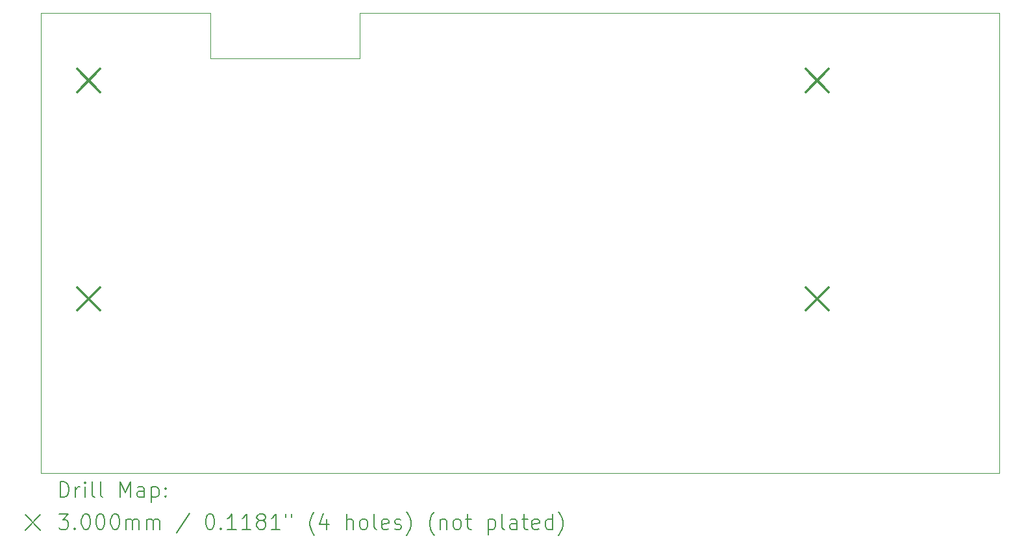
<source format=gbr>
%FSLAX45Y45*%
G04 Gerber Fmt 4.5, Leading zero omitted, Abs format (unit mm)*
G04 Created by KiCad (PCBNEW (6.0.0-0)) date 2022-02-21 20:16:29*
%MOMM*%
%LPD*%
G01*
G04 APERTURE LIST*
%TA.AperFunction,Profile*%
%ADD10C,0.050000*%
%TD*%
%ADD11C,0.200000*%
%ADD12C,0.300000*%
G04 APERTURE END LIST*
D10*
X18056860Y-6593840D02*
X9718040Y-6593840D01*
X9718040Y-7188200D02*
X7767320Y-7188200D01*
X18056860Y-12598400D02*
X5554980Y-12598400D01*
X10165080Y-6593840D02*
X10165080Y-6593840D01*
X7767320Y-6593840D02*
X5554980Y-6593840D01*
X9718040Y-6593840D02*
X9718040Y-7188200D01*
X5554980Y-6593840D02*
X5554980Y-12598400D01*
X18056860Y-6593840D02*
X18056860Y-12598400D01*
X7767320Y-6593840D02*
X7767320Y-7188200D01*
D11*
D12*
X6032080Y-7326300D02*
X6332080Y-7626300D01*
X6332080Y-7326300D02*
X6032080Y-7626300D01*
X6032080Y-10176300D02*
X6332080Y-10476300D01*
X6332080Y-10176300D02*
X6032080Y-10476300D01*
X15532080Y-7326300D02*
X15832080Y-7626300D01*
X15832080Y-7326300D02*
X15532080Y-7626300D01*
X15532080Y-10176300D02*
X15832080Y-10476300D01*
X15832080Y-10176300D02*
X15532080Y-10476300D01*
D11*
X5810099Y-12911376D02*
X5810099Y-12711376D01*
X5857718Y-12711376D01*
X5886289Y-12720900D01*
X5905337Y-12739948D01*
X5914861Y-12758995D01*
X5924385Y-12797090D01*
X5924385Y-12825662D01*
X5914861Y-12863757D01*
X5905337Y-12882805D01*
X5886289Y-12901852D01*
X5857718Y-12911376D01*
X5810099Y-12911376D01*
X6010099Y-12911376D02*
X6010099Y-12778043D01*
X6010099Y-12816138D02*
X6019623Y-12797090D01*
X6029147Y-12787567D01*
X6048194Y-12778043D01*
X6067242Y-12778043D01*
X6133908Y-12911376D02*
X6133908Y-12778043D01*
X6133908Y-12711376D02*
X6124385Y-12720900D01*
X6133908Y-12730424D01*
X6143432Y-12720900D01*
X6133908Y-12711376D01*
X6133908Y-12730424D01*
X6257718Y-12911376D02*
X6238670Y-12901852D01*
X6229147Y-12882805D01*
X6229147Y-12711376D01*
X6362480Y-12911376D02*
X6343432Y-12901852D01*
X6333908Y-12882805D01*
X6333908Y-12711376D01*
X6591051Y-12911376D02*
X6591051Y-12711376D01*
X6657718Y-12854233D01*
X6724385Y-12711376D01*
X6724385Y-12911376D01*
X6905337Y-12911376D02*
X6905337Y-12806614D01*
X6895813Y-12787567D01*
X6876766Y-12778043D01*
X6838670Y-12778043D01*
X6819623Y-12787567D01*
X6905337Y-12901852D02*
X6886289Y-12911376D01*
X6838670Y-12911376D01*
X6819623Y-12901852D01*
X6810099Y-12882805D01*
X6810099Y-12863757D01*
X6819623Y-12844709D01*
X6838670Y-12835186D01*
X6886289Y-12835186D01*
X6905337Y-12825662D01*
X7000575Y-12778043D02*
X7000575Y-12978043D01*
X7000575Y-12787567D02*
X7019623Y-12778043D01*
X7057718Y-12778043D01*
X7076766Y-12787567D01*
X7086289Y-12797090D01*
X7095813Y-12816138D01*
X7095813Y-12873281D01*
X7086289Y-12892328D01*
X7076766Y-12901852D01*
X7057718Y-12911376D01*
X7019623Y-12911376D01*
X7000575Y-12901852D01*
X7181528Y-12892328D02*
X7191051Y-12901852D01*
X7181528Y-12911376D01*
X7172004Y-12901852D01*
X7181528Y-12892328D01*
X7181528Y-12911376D01*
X7181528Y-12787567D02*
X7191051Y-12797090D01*
X7181528Y-12806614D01*
X7172004Y-12797090D01*
X7181528Y-12787567D01*
X7181528Y-12806614D01*
X5352480Y-13140900D02*
X5552480Y-13340900D01*
X5552480Y-13140900D02*
X5352480Y-13340900D01*
X5791051Y-13131376D02*
X5914861Y-13131376D01*
X5848194Y-13207567D01*
X5876766Y-13207567D01*
X5895813Y-13217090D01*
X5905337Y-13226614D01*
X5914861Y-13245662D01*
X5914861Y-13293281D01*
X5905337Y-13312328D01*
X5895813Y-13321852D01*
X5876766Y-13331376D01*
X5819623Y-13331376D01*
X5800575Y-13321852D01*
X5791051Y-13312328D01*
X6000575Y-13312328D02*
X6010099Y-13321852D01*
X6000575Y-13331376D01*
X5991051Y-13321852D01*
X6000575Y-13312328D01*
X6000575Y-13331376D01*
X6133908Y-13131376D02*
X6152956Y-13131376D01*
X6172004Y-13140900D01*
X6181528Y-13150424D01*
X6191051Y-13169471D01*
X6200575Y-13207567D01*
X6200575Y-13255186D01*
X6191051Y-13293281D01*
X6181528Y-13312328D01*
X6172004Y-13321852D01*
X6152956Y-13331376D01*
X6133908Y-13331376D01*
X6114861Y-13321852D01*
X6105337Y-13312328D01*
X6095813Y-13293281D01*
X6086289Y-13255186D01*
X6086289Y-13207567D01*
X6095813Y-13169471D01*
X6105337Y-13150424D01*
X6114861Y-13140900D01*
X6133908Y-13131376D01*
X6324385Y-13131376D02*
X6343432Y-13131376D01*
X6362480Y-13140900D01*
X6372004Y-13150424D01*
X6381528Y-13169471D01*
X6391051Y-13207567D01*
X6391051Y-13255186D01*
X6381528Y-13293281D01*
X6372004Y-13312328D01*
X6362480Y-13321852D01*
X6343432Y-13331376D01*
X6324385Y-13331376D01*
X6305337Y-13321852D01*
X6295813Y-13312328D01*
X6286289Y-13293281D01*
X6276766Y-13255186D01*
X6276766Y-13207567D01*
X6286289Y-13169471D01*
X6295813Y-13150424D01*
X6305337Y-13140900D01*
X6324385Y-13131376D01*
X6514861Y-13131376D02*
X6533908Y-13131376D01*
X6552956Y-13140900D01*
X6562480Y-13150424D01*
X6572004Y-13169471D01*
X6581528Y-13207567D01*
X6581528Y-13255186D01*
X6572004Y-13293281D01*
X6562480Y-13312328D01*
X6552956Y-13321852D01*
X6533908Y-13331376D01*
X6514861Y-13331376D01*
X6495813Y-13321852D01*
X6486289Y-13312328D01*
X6476766Y-13293281D01*
X6467242Y-13255186D01*
X6467242Y-13207567D01*
X6476766Y-13169471D01*
X6486289Y-13150424D01*
X6495813Y-13140900D01*
X6514861Y-13131376D01*
X6667242Y-13331376D02*
X6667242Y-13198043D01*
X6667242Y-13217090D02*
X6676766Y-13207567D01*
X6695813Y-13198043D01*
X6724385Y-13198043D01*
X6743432Y-13207567D01*
X6752956Y-13226614D01*
X6752956Y-13331376D01*
X6752956Y-13226614D02*
X6762480Y-13207567D01*
X6781528Y-13198043D01*
X6810099Y-13198043D01*
X6829147Y-13207567D01*
X6838670Y-13226614D01*
X6838670Y-13331376D01*
X6933908Y-13331376D02*
X6933908Y-13198043D01*
X6933908Y-13217090D02*
X6943432Y-13207567D01*
X6962480Y-13198043D01*
X6991051Y-13198043D01*
X7010099Y-13207567D01*
X7019623Y-13226614D01*
X7019623Y-13331376D01*
X7019623Y-13226614D02*
X7029147Y-13207567D01*
X7048194Y-13198043D01*
X7076766Y-13198043D01*
X7095813Y-13207567D01*
X7105337Y-13226614D01*
X7105337Y-13331376D01*
X7495813Y-13121852D02*
X7324385Y-13378995D01*
X7752956Y-13131376D02*
X7772004Y-13131376D01*
X7791051Y-13140900D01*
X7800575Y-13150424D01*
X7810099Y-13169471D01*
X7819623Y-13207567D01*
X7819623Y-13255186D01*
X7810099Y-13293281D01*
X7800575Y-13312328D01*
X7791051Y-13321852D01*
X7772004Y-13331376D01*
X7752956Y-13331376D01*
X7733908Y-13321852D01*
X7724385Y-13312328D01*
X7714861Y-13293281D01*
X7705337Y-13255186D01*
X7705337Y-13207567D01*
X7714861Y-13169471D01*
X7724385Y-13150424D01*
X7733908Y-13140900D01*
X7752956Y-13131376D01*
X7905337Y-13312328D02*
X7914861Y-13321852D01*
X7905337Y-13331376D01*
X7895813Y-13321852D01*
X7905337Y-13312328D01*
X7905337Y-13331376D01*
X8105337Y-13331376D02*
X7991051Y-13331376D01*
X8048194Y-13331376D02*
X8048194Y-13131376D01*
X8029147Y-13159948D01*
X8010099Y-13178995D01*
X7991051Y-13188519D01*
X8295813Y-13331376D02*
X8181528Y-13331376D01*
X8238670Y-13331376D02*
X8238670Y-13131376D01*
X8219623Y-13159948D01*
X8200575Y-13178995D01*
X8181528Y-13188519D01*
X8410099Y-13217090D02*
X8391051Y-13207567D01*
X8381528Y-13198043D01*
X8372004Y-13178995D01*
X8372004Y-13169471D01*
X8381528Y-13150424D01*
X8391051Y-13140900D01*
X8410099Y-13131376D01*
X8448194Y-13131376D01*
X8467242Y-13140900D01*
X8476766Y-13150424D01*
X8486290Y-13169471D01*
X8486290Y-13178995D01*
X8476766Y-13198043D01*
X8467242Y-13207567D01*
X8448194Y-13217090D01*
X8410099Y-13217090D01*
X8391051Y-13226614D01*
X8381528Y-13236138D01*
X8372004Y-13255186D01*
X8372004Y-13293281D01*
X8381528Y-13312328D01*
X8391051Y-13321852D01*
X8410099Y-13331376D01*
X8448194Y-13331376D01*
X8467242Y-13321852D01*
X8476766Y-13312328D01*
X8486290Y-13293281D01*
X8486290Y-13255186D01*
X8476766Y-13236138D01*
X8467242Y-13226614D01*
X8448194Y-13217090D01*
X8676766Y-13331376D02*
X8562480Y-13331376D01*
X8619623Y-13331376D02*
X8619623Y-13131376D01*
X8600575Y-13159948D01*
X8581528Y-13178995D01*
X8562480Y-13188519D01*
X8752956Y-13131376D02*
X8752956Y-13169471D01*
X8829147Y-13131376D02*
X8829147Y-13169471D01*
X9124385Y-13407567D02*
X9114861Y-13398043D01*
X9095813Y-13369471D01*
X9086290Y-13350424D01*
X9076766Y-13321852D01*
X9067242Y-13274233D01*
X9067242Y-13236138D01*
X9076766Y-13188519D01*
X9086290Y-13159948D01*
X9095813Y-13140900D01*
X9114861Y-13112328D01*
X9124385Y-13102805D01*
X9286290Y-13198043D02*
X9286290Y-13331376D01*
X9238670Y-13121852D02*
X9191051Y-13264709D01*
X9314861Y-13264709D01*
X9543432Y-13331376D02*
X9543432Y-13131376D01*
X9629147Y-13331376D02*
X9629147Y-13226614D01*
X9619623Y-13207567D01*
X9600575Y-13198043D01*
X9572004Y-13198043D01*
X9552956Y-13207567D01*
X9543432Y-13217090D01*
X9752956Y-13331376D02*
X9733909Y-13321852D01*
X9724385Y-13312328D01*
X9714861Y-13293281D01*
X9714861Y-13236138D01*
X9724385Y-13217090D01*
X9733909Y-13207567D01*
X9752956Y-13198043D01*
X9781528Y-13198043D01*
X9800575Y-13207567D01*
X9810099Y-13217090D01*
X9819623Y-13236138D01*
X9819623Y-13293281D01*
X9810099Y-13312328D01*
X9800575Y-13321852D01*
X9781528Y-13331376D01*
X9752956Y-13331376D01*
X9933909Y-13331376D02*
X9914861Y-13321852D01*
X9905337Y-13302805D01*
X9905337Y-13131376D01*
X10086290Y-13321852D02*
X10067242Y-13331376D01*
X10029147Y-13331376D01*
X10010099Y-13321852D01*
X10000575Y-13302805D01*
X10000575Y-13226614D01*
X10010099Y-13207567D01*
X10029147Y-13198043D01*
X10067242Y-13198043D01*
X10086290Y-13207567D01*
X10095813Y-13226614D01*
X10095813Y-13245662D01*
X10000575Y-13264709D01*
X10172004Y-13321852D02*
X10191051Y-13331376D01*
X10229147Y-13331376D01*
X10248194Y-13321852D01*
X10257718Y-13302805D01*
X10257718Y-13293281D01*
X10248194Y-13274233D01*
X10229147Y-13264709D01*
X10200575Y-13264709D01*
X10181528Y-13255186D01*
X10172004Y-13236138D01*
X10172004Y-13226614D01*
X10181528Y-13207567D01*
X10200575Y-13198043D01*
X10229147Y-13198043D01*
X10248194Y-13207567D01*
X10324385Y-13407567D02*
X10333909Y-13398043D01*
X10352956Y-13369471D01*
X10362480Y-13350424D01*
X10372004Y-13321852D01*
X10381528Y-13274233D01*
X10381528Y-13236138D01*
X10372004Y-13188519D01*
X10362480Y-13159948D01*
X10352956Y-13140900D01*
X10333909Y-13112328D01*
X10324385Y-13102805D01*
X10686290Y-13407567D02*
X10676766Y-13398043D01*
X10657718Y-13369471D01*
X10648194Y-13350424D01*
X10638670Y-13321852D01*
X10629147Y-13274233D01*
X10629147Y-13236138D01*
X10638670Y-13188519D01*
X10648194Y-13159948D01*
X10657718Y-13140900D01*
X10676766Y-13112328D01*
X10686290Y-13102805D01*
X10762480Y-13198043D02*
X10762480Y-13331376D01*
X10762480Y-13217090D02*
X10772004Y-13207567D01*
X10791051Y-13198043D01*
X10819623Y-13198043D01*
X10838670Y-13207567D01*
X10848194Y-13226614D01*
X10848194Y-13331376D01*
X10972004Y-13331376D02*
X10952956Y-13321852D01*
X10943432Y-13312328D01*
X10933909Y-13293281D01*
X10933909Y-13236138D01*
X10943432Y-13217090D01*
X10952956Y-13207567D01*
X10972004Y-13198043D01*
X11000575Y-13198043D01*
X11019623Y-13207567D01*
X11029147Y-13217090D01*
X11038670Y-13236138D01*
X11038670Y-13293281D01*
X11029147Y-13312328D01*
X11019623Y-13321852D01*
X11000575Y-13331376D01*
X10972004Y-13331376D01*
X11095813Y-13198043D02*
X11172004Y-13198043D01*
X11124385Y-13131376D02*
X11124385Y-13302805D01*
X11133909Y-13321852D01*
X11152956Y-13331376D01*
X11172004Y-13331376D01*
X11391051Y-13198043D02*
X11391051Y-13398043D01*
X11391051Y-13207567D02*
X11410099Y-13198043D01*
X11448194Y-13198043D01*
X11467242Y-13207567D01*
X11476766Y-13217090D01*
X11486289Y-13236138D01*
X11486289Y-13293281D01*
X11476766Y-13312328D01*
X11467242Y-13321852D01*
X11448194Y-13331376D01*
X11410099Y-13331376D01*
X11391051Y-13321852D01*
X11600575Y-13331376D02*
X11581528Y-13321852D01*
X11572004Y-13302805D01*
X11572004Y-13131376D01*
X11762480Y-13331376D02*
X11762480Y-13226614D01*
X11752956Y-13207567D01*
X11733908Y-13198043D01*
X11695813Y-13198043D01*
X11676766Y-13207567D01*
X11762480Y-13321852D02*
X11743432Y-13331376D01*
X11695813Y-13331376D01*
X11676766Y-13321852D01*
X11667242Y-13302805D01*
X11667242Y-13283757D01*
X11676766Y-13264709D01*
X11695813Y-13255186D01*
X11743432Y-13255186D01*
X11762480Y-13245662D01*
X11829147Y-13198043D02*
X11905337Y-13198043D01*
X11857718Y-13131376D02*
X11857718Y-13302805D01*
X11867242Y-13321852D01*
X11886289Y-13331376D01*
X11905337Y-13331376D01*
X12048194Y-13321852D02*
X12029147Y-13331376D01*
X11991051Y-13331376D01*
X11972004Y-13321852D01*
X11962480Y-13302805D01*
X11962480Y-13226614D01*
X11972004Y-13207567D01*
X11991051Y-13198043D01*
X12029147Y-13198043D01*
X12048194Y-13207567D01*
X12057718Y-13226614D01*
X12057718Y-13245662D01*
X11962480Y-13264709D01*
X12229147Y-13331376D02*
X12229147Y-13131376D01*
X12229147Y-13321852D02*
X12210099Y-13331376D01*
X12172004Y-13331376D01*
X12152956Y-13321852D01*
X12143432Y-13312328D01*
X12133908Y-13293281D01*
X12133908Y-13236138D01*
X12143432Y-13217090D01*
X12152956Y-13207567D01*
X12172004Y-13198043D01*
X12210099Y-13198043D01*
X12229147Y-13207567D01*
X12305337Y-13407567D02*
X12314861Y-13398043D01*
X12333908Y-13369471D01*
X12343432Y-13350424D01*
X12352956Y-13321852D01*
X12362480Y-13274233D01*
X12362480Y-13236138D01*
X12352956Y-13188519D01*
X12343432Y-13159948D01*
X12333908Y-13140900D01*
X12314861Y-13112328D01*
X12305337Y-13102805D01*
M02*

</source>
